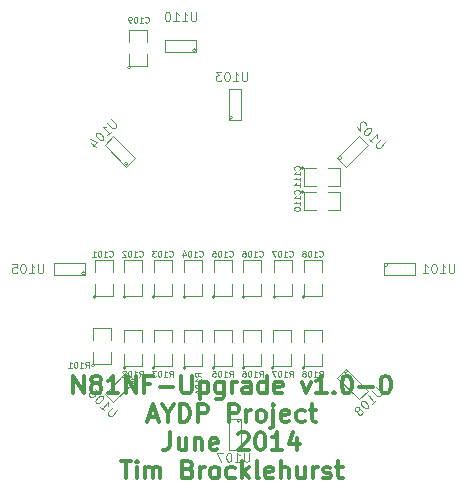
<source format=gbo>
G04 (created by PCBNEW (2013-dec-23)-stable) date Mon 23 Jun 2014 14:09:51 BST*
%MOIN*%
G04 Gerber Fmt 3.4, Leading zero omitted, Abs format*
%FSLAX34Y34*%
G01*
G70*
G90*
G04 APERTURE LIST*
%ADD10C,0.00590551*%
%ADD11C,0.011811*%
%ADD12C,0.0031*%
%ADD13C,0.0039*%
%ADD14C,0.0047*%
%ADD15C,0.0043*%
G04 APERTURE END LIST*
G54D10*
G54D11*
X78427Y-61339D02*
X78427Y-60748D01*
X78764Y-61339D01*
X78764Y-60748D01*
X79130Y-61001D02*
X79074Y-60973D01*
X79045Y-60945D01*
X79017Y-60889D01*
X79017Y-60860D01*
X79045Y-60804D01*
X79074Y-60776D01*
X79130Y-60748D01*
X79242Y-60748D01*
X79298Y-60776D01*
X79327Y-60804D01*
X79355Y-60860D01*
X79355Y-60889D01*
X79327Y-60945D01*
X79298Y-60973D01*
X79242Y-61001D01*
X79130Y-61001D01*
X79074Y-61029D01*
X79045Y-61057D01*
X79017Y-61114D01*
X79017Y-61226D01*
X79045Y-61282D01*
X79074Y-61310D01*
X79130Y-61339D01*
X79242Y-61339D01*
X79298Y-61310D01*
X79327Y-61282D01*
X79355Y-61226D01*
X79355Y-61114D01*
X79327Y-61057D01*
X79298Y-61029D01*
X79242Y-61001D01*
X79917Y-61339D02*
X79580Y-61339D01*
X79748Y-61339D02*
X79748Y-60748D01*
X79692Y-60832D01*
X79636Y-60889D01*
X79580Y-60917D01*
X80170Y-61339D02*
X80170Y-60748D01*
X80508Y-61339D01*
X80508Y-60748D01*
X80986Y-61029D02*
X80789Y-61029D01*
X80789Y-61339D02*
X80789Y-60748D01*
X81070Y-60748D01*
X81295Y-61114D02*
X81745Y-61114D01*
X82026Y-60748D02*
X82026Y-61226D01*
X82054Y-61282D01*
X82083Y-61310D01*
X82139Y-61339D01*
X82251Y-61339D01*
X82307Y-61310D01*
X82336Y-61282D01*
X82364Y-61226D01*
X82364Y-60748D01*
X82645Y-60945D02*
X82645Y-61535D01*
X82645Y-60973D02*
X82701Y-60945D01*
X82814Y-60945D01*
X82870Y-60973D01*
X82898Y-61001D01*
X82926Y-61057D01*
X82926Y-61226D01*
X82898Y-61282D01*
X82870Y-61310D01*
X82814Y-61339D01*
X82701Y-61339D01*
X82645Y-61310D01*
X83432Y-60945D02*
X83432Y-61423D01*
X83404Y-61479D01*
X83376Y-61507D01*
X83320Y-61535D01*
X83235Y-61535D01*
X83179Y-61507D01*
X83432Y-61310D02*
X83376Y-61339D01*
X83264Y-61339D01*
X83207Y-61310D01*
X83179Y-61282D01*
X83151Y-61226D01*
X83151Y-61057D01*
X83179Y-61001D01*
X83207Y-60973D01*
X83264Y-60945D01*
X83376Y-60945D01*
X83432Y-60973D01*
X83714Y-61339D02*
X83714Y-60945D01*
X83714Y-61057D02*
X83742Y-61001D01*
X83770Y-60973D01*
X83826Y-60945D01*
X83882Y-60945D01*
X84332Y-61339D02*
X84332Y-61029D01*
X84304Y-60973D01*
X84248Y-60945D01*
X84135Y-60945D01*
X84079Y-60973D01*
X84332Y-61310D02*
X84276Y-61339D01*
X84135Y-61339D01*
X84079Y-61310D01*
X84051Y-61254D01*
X84051Y-61198D01*
X84079Y-61142D01*
X84135Y-61114D01*
X84276Y-61114D01*
X84332Y-61085D01*
X84867Y-61339D02*
X84867Y-60748D01*
X84867Y-61310D02*
X84810Y-61339D01*
X84698Y-61339D01*
X84642Y-61310D01*
X84613Y-61282D01*
X84585Y-61226D01*
X84585Y-61057D01*
X84613Y-61001D01*
X84642Y-60973D01*
X84698Y-60945D01*
X84810Y-60945D01*
X84867Y-60973D01*
X85373Y-61310D02*
X85316Y-61339D01*
X85204Y-61339D01*
X85148Y-61310D01*
X85120Y-61254D01*
X85120Y-61029D01*
X85148Y-60973D01*
X85204Y-60945D01*
X85316Y-60945D01*
X85373Y-60973D01*
X85401Y-61029D01*
X85401Y-61085D01*
X85120Y-61142D01*
X86048Y-60945D02*
X86188Y-61339D01*
X86329Y-60945D01*
X86863Y-61339D02*
X86526Y-61339D01*
X86694Y-61339D02*
X86694Y-60748D01*
X86638Y-60832D01*
X86582Y-60889D01*
X86526Y-60917D01*
X87116Y-61282D02*
X87144Y-61310D01*
X87116Y-61339D01*
X87088Y-61310D01*
X87116Y-61282D01*
X87116Y-61339D01*
X87510Y-60748D02*
X87566Y-60748D01*
X87622Y-60776D01*
X87651Y-60804D01*
X87679Y-60860D01*
X87707Y-60973D01*
X87707Y-61114D01*
X87679Y-61226D01*
X87651Y-61282D01*
X87622Y-61310D01*
X87566Y-61339D01*
X87510Y-61339D01*
X87454Y-61310D01*
X87426Y-61282D01*
X87397Y-61226D01*
X87369Y-61114D01*
X87369Y-60973D01*
X87397Y-60860D01*
X87426Y-60804D01*
X87454Y-60776D01*
X87510Y-60748D01*
X87960Y-61114D02*
X88410Y-61114D01*
X88804Y-60748D02*
X88860Y-60748D01*
X88916Y-60776D01*
X88944Y-60804D01*
X88972Y-60860D01*
X89000Y-60973D01*
X89000Y-61114D01*
X88972Y-61226D01*
X88944Y-61282D01*
X88916Y-61310D01*
X88860Y-61339D01*
X88804Y-61339D01*
X88747Y-61310D01*
X88719Y-61282D01*
X88691Y-61226D01*
X88663Y-61114D01*
X88663Y-60973D01*
X88691Y-60860D01*
X88719Y-60804D01*
X88747Y-60776D01*
X88804Y-60748D01*
X80930Y-62115D02*
X81211Y-62115D01*
X80873Y-62283D02*
X81070Y-61693D01*
X81267Y-62283D01*
X81576Y-62002D02*
X81576Y-62283D01*
X81379Y-61693D02*
X81576Y-62002D01*
X81773Y-61693D01*
X81970Y-62283D02*
X81970Y-61693D01*
X82111Y-61693D01*
X82195Y-61721D01*
X82251Y-61777D01*
X82279Y-61833D01*
X82307Y-61946D01*
X82307Y-62030D01*
X82279Y-62143D01*
X82251Y-62199D01*
X82195Y-62255D01*
X82111Y-62283D01*
X81970Y-62283D01*
X82561Y-62283D02*
X82561Y-61693D01*
X82786Y-61693D01*
X82842Y-61721D01*
X82870Y-61749D01*
X82898Y-61805D01*
X82898Y-61890D01*
X82870Y-61946D01*
X82842Y-61974D01*
X82786Y-62002D01*
X82561Y-62002D01*
X83601Y-62283D02*
X83601Y-61693D01*
X83826Y-61693D01*
X83882Y-61721D01*
X83910Y-61749D01*
X83939Y-61805D01*
X83939Y-61890D01*
X83910Y-61946D01*
X83882Y-61974D01*
X83826Y-62002D01*
X83601Y-62002D01*
X84192Y-62283D02*
X84192Y-61890D01*
X84192Y-62002D02*
X84220Y-61946D01*
X84248Y-61918D01*
X84304Y-61890D01*
X84360Y-61890D01*
X84642Y-62283D02*
X84585Y-62255D01*
X84557Y-62227D01*
X84529Y-62171D01*
X84529Y-62002D01*
X84557Y-61946D01*
X84585Y-61918D01*
X84642Y-61890D01*
X84726Y-61890D01*
X84782Y-61918D01*
X84810Y-61946D01*
X84838Y-62002D01*
X84838Y-62171D01*
X84810Y-62227D01*
X84782Y-62255D01*
X84726Y-62283D01*
X84642Y-62283D01*
X85092Y-61890D02*
X85092Y-62396D01*
X85063Y-62452D01*
X85007Y-62480D01*
X84979Y-62480D01*
X85092Y-61693D02*
X85063Y-61721D01*
X85092Y-61749D01*
X85120Y-61721D01*
X85092Y-61693D01*
X85092Y-61749D01*
X85598Y-62255D02*
X85541Y-62283D01*
X85429Y-62283D01*
X85373Y-62255D01*
X85345Y-62199D01*
X85345Y-61974D01*
X85373Y-61918D01*
X85429Y-61890D01*
X85541Y-61890D01*
X85598Y-61918D01*
X85626Y-61974D01*
X85626Y-62030D01*
X85345Y-62087D01*
X86132Y-62255D02*
X86076Y-62283D01*
X85963Y-62283D01*
X85907Y-62255D01*
X85879Y-62227D01*
X85851Y-62171D01*
X85851Y-62002D01*
X85879Y-61946D01*
X85907Y-61918D01*
X85963Y-61890D01*
X86076Y-61890D01*
X86132Y-61918D01*
X86301Y-61890D02*
X86526Y-61890D01*
X86385Y-61693D02*
X86385Y-62199D01*
X86413Y-62255D01*
X86469Y-62283D01*
X86526Y-62283D01*
X81647Y-62638D02*
X81647Y-63060D01*
X81619Y-63144D01*
X81562Y-63200D01*
X81478Y-63228D01*
X81422Y-63228D01*
X82181Y-62835D02*
X82181Y-63228D01*
X81928Y-62835D02*
X81928Y-63144D01*
X81956Y-63200D01*
X82012Y-63228D01*
X82097Y-63228D01*
X82153Y-63200D01*
X82181Y-63172D01*
X82462Y-62835D02*
X82462Y-63228D01*
X82462Y-62891D02*
X82490Y-62863D01*
X82547Y-62835D01*
X82631Y-62835D01*
X82687Y-62863D01*
X82715Y-62919D01*
X82715Y-63228D01*
X83221Y-63200D02*
X83165Y-63228D01*
X83053Y-63228D01*
X82996Y-63200D01*
X82968Y-63144D01*
X82968Y-62919D01*
X82996Y-62863D01*
X83053Y-62835D01*
X83165Y-62835D01*
X83221Y-62863D01*
X83250Y-62919D01*
X83250Y-62975D01*
X82968Y-63031D01*
X83924Y-62694D02*
X83953Y-62666D01*
X84009Y-62638D01*
X84149Y-62638D01*
X84206Y-62666D01*
X84234Y-62694D01*
X84262Y-62750D01*
X84262Y-62806D01*
X84234Y-62891D01*
X83896Y-63228D01*
X84262Y-63228D01*
X84628Y-62638D02*
X84684Y-62638D01*
X84740Y-62666D01*
X84768Y-62694D01*
X84796Y-62750D01*
X84824Y-62863D01*
X84824Y-63003D01*
X84796Y-63116D01*
X84768Y-63172D01*
X84740Y-63200D01*
X84684Y-63228D01*
X84628Y-63228D01*
X84571Y-63200D01*
X84543Y-63172D01*
X84515Y-63116D01*
X84487Y-63003D01*
X84487Y-62863D01*
X84515Y-62750D01*
X84543Y-62694D01*
X84571Y-62666D01*
X84628Y-62638D01*
X85387Y-63228D02*
X85049Y-63228D01*
X85218Y-63228D02*
X85218Y-62638D01*
X85162Y-62722D01*
X85106Y-62778D01*
X85049Y-62806D01*
X85893Y-62835D02*
X85893Y-63228D01*
X85752Y-62610D02*
X85612Y-63031D01*
X85977Y-63031D01*
X80002Y-63583D02*
X80339Y-63583D01*
X80170Y-64173D02*
X80170Y-63583D01*
X80536Y-64173D02*
X80536Y-63779D01*
X80536Y-63583D02*
X80508Y-63611D01*
X80536Y-63639D01*
X80564Y-63611D01*
X80536Y-63583D01*
X80536Y-63639D01*
X80817Y-64173D02*
X80817Y-63779D01*
X80817Y-63836D02*
X80845Y-63808D01*
X80901Y-63779D01*
X80986Y-63779D01*
X81042Y-63808D01*
X81070Y-63864D01*
X81070Y-64173D01*
X81070Y-63864D02*
X81098Y-63808D01*
X81155Y-63779D01*
X81239Y-63779D01*
X81295Y-63808D01*
X81323Y-63864D01*
X81323Y-64173D01*
X82251Y-63864D02*
X82336Y-63892D01*
X82364Y-63920D01*
X82392Y-63976D01*
X82392Y-64061D01*
X82364Y-64117D01*
X82336Y-64145D01*
X82279Y-64173D01*
X82054Y-64173D01*
X82054Y-63583D01*
X82251Y-63583D01*
X82307Y-63611D01*
X82336Y-63639D01*
X82364Y-63695D01*
X82364Y-63751D01*
X82336Y-63808D01*
X82307Y-63836D01*
X82251Y-63864D01*
X82054Y-63864D01*
X82645Y-64173D02*
X82645Y-63779D01*
X82645Y-63892D02*
X82673Y-63836D01*
X82701Y-63808D01*
X82757Y-63779D01*
X82814Y-63779D01*
X83095Y-64173D02*
X83039Y-64145D01*
X83011Y-64117D01*
X82982Y-64061D01*
X82982Y-63892D01*
X83011Y-63836D01*
X83039Y-63808D01*
X83095Y-63779D01*
X83179Y-63779D01*
X83235Y-63808D01*
X83264Y-63836D01*
X83292Y-63892D01*
X83292Y-64061D01*
X83264Y-64117D01*
X83235Y-64145D01*
X83179Y-64173D01*
X83095Y-64173D01*
X83798Y-64145D02*
X83742Y-64173D01*
X83629Y-64173D01*
X83573Y-64145D01*
X83545Y-64117D01*
X83517Y-64061D01*
X83517Y-63892D01*
X83545Y-63836D01*
X83573Y-63808D01*
X83629Y-63779D01*
X83742Y-63779D01*
X83798Y-63808D01*
X84051Y-64173D02*
X84051Y-63583D01*
X84107Y-63948D02*
X84276Y-64173D01*
X84276Y-63779D02*
X84051Y-64004D01*
X84613Y-64173D02*
X84557Y-64145D01*
X84529Y-64089D01*
X84529Y-63583D01*
X85063Y-64145D02*
X85007Y-64173D01*
X84895Y-64173D01*
X84838Y-64145D01*
X84810Y-64089D01*
X84810Y-63864D01*
X84838Y-63808D01*
X84895Y-63779D01*
X85007Y-63779D01*
X85063Y-63808D01*
X85092Y-63864D01*
X85092Y-63920D01*
X84810Y-63976D01*
X85345Y-64173D02*
X85345Y-63583D01*
X85598Y-64173D02*
X85598Y-63864D01*
X85570Y-63808D01*
X85513Y-63779D01*
X85429Y-63779D01*
X85373Y-63808D01*
X85345Y-63836D01*
X86132Y-63779D02*
X86132Y-64173D01*
X85879Y-63779D02*
X85879Y-64089D01*
X85907Y-64145D01*
X85963Y-64173D01*
X86048Y-64173D01*
X86104Y-64145D01*
X86132Y-64117D01*
X86413Y-64173D02*
X86413Y-63779D01*
X86413Y-63892D02*
X86441Y-63836D01*
X86469Y-63808D01*
X86526Y-63779D01*
X86582Y-63779D01*
X86751Y-64145D02*
X86807Y-64173D01*
X86919Y-64173D01*
X86976Y-64145D01*
X87004Y-64089D01*
X87004Y-64061D01*
X86976Y-64004D01*
X86919Y-63976D01*
X86835Y-63976D01*
X86779Y-63948D01*
X86751Y-63892D01*
X86751Y-63864D01*
X86779Y-63808D01*
X86835Y-63779D01*
X86919Y-63779D01*
X86976Y-63808D01*
X87173Y-63779D02*
X87397Y-63779D01*
X87257Y-63583D02*
X87257Y-64089D01*
X87285Y-64145D01*
X87341Y-64173D01*
X87397Y-64173D01*
G54D12*
X84000Y-62248D02*
G75*
G03X84000Y-62248I-62J0D01*
G74*
G01*
X83600Y-63211D02*
X84000Y-63211D01*
X83600Y-62186D02*
X84000Y-62186D01*
X84000Y-63211D02*
X84000Y-62186D01*
X83600Y-62186D02*
X83600Y-63211D01*
X87569Y-60613D02*
G75*
G03X87569Y-60613I-62J0D01*
G74*
G01*
X87949Y-61533D02*
X88231Y-61250D01*
X87224Y-60808D02*
X87507Y-60525D01*
X88231Y-61250D02*
X87507Y-60525D01*
X87224Y-60808D02*
X87949Y-61533D01*
X80449Y-60907D02*
G75*
G03X80449Y-60907I-62J0D01*
G74*
G01*
X79466Y-61349D02*
X79749Y-61631D01*
X80191Y-60624D02*
X80474Y-60907D01*
X79749Y-61631D02*
X80474Y-60907D01*
X80191Y-60624D02*
X79466Y-61349D01*
X78813Y-57338D02*
G75*
G03X78813Y-57338I-62J0D01*
G74*
G01*
X77788Y-57000D02*
X77788Y-57400D01*
X78813Y-57000D02*
X78813Y-57400D01*
X77788Y-57400D02*
X78813Y-57400D01*
X78813Y-57000D02*
X77788Y-57000D01*
X80253Y-53687D02*
G75*
G03X80253Y-53687I-62J0D01*
G74*
G01*
X79749Y-52768D02*
X79466Y-53050D01*
X80474Y-53492D02*
X80191Y-53775D01*
X79466Y-53050D02*
X80191Y-53775D01*
X80474Y-53492D02*
X79749Y-52768D01*
X83724Y-52151D02*
G75*
G03X83724Y-52151I-62J0D01*
G74*
G01*
X84000Y-51188D02*
X83600Y-51188D01*
X84000Y-52213D02*
X83600Y-52213D01*
X83600Y-51188D02*
X83600Y-52213D01*
X84000Y-52213D02*
X84000Y-51188D01*
X87374Y-53492D02*
G75*
G03X87374Y-53492I-62J0D01*
G74*
G01*
X88231Y-53050D02*
X87949Y-52768D01*
X87507Y-53775D02*
X87224Y-53492D01*
X87949Y-52768D02*
X87224Y-53492D01*
X87507Y-53775D02*
X88231Y-53050D01*
X88911Y-57062D02*
G75*
G03X88911Y-57062I-62J0D01*
G74*
G01*
X89811Y-57400D02*
X89811Y-57000D01*
X88786Y-57400D02*
X88786Y-57000D01*
X89811Y-57000D02*
X88786Y-57000D01*
X88786Y-57400D02*
X89811Y-57400D01*
G54D13*
X86113Y-54616D02*
G75*
G03X86113Y-54616I-50J0D01*
G74*
G01*
X86513Y-54616D02*
X86113Y-54616D01*
X86113Y-54616D02*
X86113Y-55216D01*
X86113Y-55216D02*
X86513Y-55216D01*
X86913Y-55216D02*
X87313Y-55216D01*
X87313Y-55216D02*
X87313Y-54616D01*
X87313Y-54616D02*
X86913Y-54616D01*
X81148Y-60487D02*
G75*
G03X81148Y-60487I-50J0D01*
G74*
G01*
X81098Y-60037D02*
X81098Y-60437D01*
X81098Y-60437D02*
X81698Y-60437D01*
X81698Y-60437D02*
X81698Y-60037D01*
X81698Y-59637D02*
X81698Y-59237D01*
X81698Y-59237D02*
X81098Y-59237D01*
X81098Y-59237D02*
X81098Y-59637D01*
X86113Y-53829D02*
G75*
G03X86113Y-53829I-50J0D01*
G74*
G01*
X86513Y-53829D02*
X86113Y-53829D01*
X86113Y-53829D02*
X86113Y-54429D01*
X86113Y-54429D02*
X86513Y-54429D01*
X86913Y-54429D02*
X87313Y-54429D01*
X87313Y-54429D02*
X87313Y-53829D01*
X87313Y-53829D02*
X86913Y-53829D01*
X86148Y-60487D02*
G75*
G03X86148Y-60487I-50J0D01*
G74*
G01*
X86098Y-60037D02*
X86098Y-60437D01*
X86098Y-60437D02*
X86698Y-60437D01*
X86698Y-60437D02*
X86698Y-60037D01*
X86698Y-59637D02*
X86698Y-59237D01*
X86698Y-59237D02*
X86098Y-59237D01*
X86098Y-59237D02*
X86098Y-59637D01*
X86148Y-58125D02*
G75*
G03X86148Y-58125I-50J0D01*
G74*
G01*
X86098Y-57675D02*
X86098Y-58075D01*
X86098Y-58075D02*
X86698Y-58075D01*
X86698Y-58075D02*
X86698Y-57675D01*
X86698Y-57275D02*
X86698Y-56875D01*
X86698Y-56875D02*
X86098Y-56875D01*
X86098Y-56875D02*
X86098Y-57275D01*
X85124Y-60487D02*
G75*
G03X85124Y-60487I-50J0D01*
G74*
G01*
X85074Y-60037D02*
X85074Y-60437D01*
X85074Y-60437D02*
X85674Y-60437D01*
X85674Y-60437D02*
X85674Y-60037D01*
X85674Y-59637D02*
X85674Y-59237D01*
X85674Y-59237D02*
X85074Y-59237D01*
X85074Y-59237D02*
X85074Y-59637D01*
X85164Y-58125D02*
G75*
G03X85164Y-58125I-50J0D01*
G74*
G01*
X85114Y-57675D02*
X85114Y-58075D01*
X85114Y-58075D02*
X85714Y-58075D01*
X85714Y-58075D02*
X85714Y-57675D01*
X85714Y-57275D02*
X85714Y-56875D01*
X85714Y-56875D02*
X85114Y-56875D01*
X85114Y-56875D02*
X85114Y-57275D01*
X83156Y-60487D02*
G75*
G03X83156Y-60487I-50J0D01*
G74*
G01*
X83106Y-60037D02*
X83106Y-60437D01*
X83106Y-60437D02*
X83706Y-60437D01*
X83706Y-60437D02*
X83706Y-60037D01*
X83706Y-59637D02*
X83706Y-59237D01*
X83706Y-59237D02*
X83106Y-59237D01*
X83106Y-59237D02*
X83106Y-59637D01*
X83156Y-58125D02*
G75*
G03X83156Y-58125I-50J0D01*
G74*
G01*
X83106Y-57675D02*
X83106Y-58075D01*
X83106Y-58075D02*
X83706Y-58075D01*
X83706Y-58075D02*
X83706Y-57675D01*
X83706Y-57275D02*
X83706Y-56875D01*
X83706Y-56875D02*
X83106Y-56875D01*
X83106Y-56875D02*
X83106Y-57275D01*
X84140Y-60487D02*
G75*
G03X84140Y-60487I-50J0D01*
G74*
G01*
X84090Y-60037D02*
X84090Y-60437D01*
X84090Y-60437D02*
X84690Y-60437D01*
X84690Y-60437D02*
X84690Y-60037D01*
X84690Y-59637D02*
X84690Y-59237D01*
X84690Y-59237D02*
X84090Y-59237D01*
X84090Y-59237D02*
X84090Y-59637D01*
X84140Y-58125D02*
G75*
G03X84140Y-58125I-50J0D01*
G74*
G01*
X84090Y-57675D02*
X84090Y-58075D01*
X84090Y-58075D02*
X84690Y-58075D01*
X84690Y-58075D02*
X84690Y-57675D01*
X84690Y-57275D02*
X84690Y-56875D01*
X84690Y-56875D02*
X84090Y-56875D01*
X84090Y-56875D02*
X84090Y-57275D01*
X82172Y-60487D02*
G75*
G03X82172Y-60487I-50J0D01*
G74*
G01*
X82122Y-60037D02*
X82122Y-60437D01*
X82122Y-60437D02*
X82722Y-60437D01*
X82722Y-60437D02*
X82722Y-60037D01*
X82722Y-59637D02*
X82722Y-59237D01*
X82722Y-59237D02*
X82122Y-59237D01*
X82122Y-59237D02*
X82122Y-59637D01*
X82172Y-58125D02*
G75*
G03X82172Y-58125I-50J0D01*
G74*
G01*
X82122Y-57675D02*
X82122Y-58075D01*
X82122Y-58075D02*
X82722Y-58075D01*
X82722Y-58075D02*
X82722Y-57675D01*
X82722Y-57275D02*
X82722Y-56875D01*
X82722Y-56875D02*
X82122Y-56875D01*
X82122Y-56875D02*
X82122Y-57275D01*
X81148Y-58125D02*
G75*
G03X81148Y-58125I-50J0D01*
G74*
G01*
X81098Y-57675D02*
X81098Y-58075D01*
X81098Y-58075D02*
X81698Y-58075D01*
X81698Y-58075D02*
X81698Y-57675D01*
X81698Y-57275D02*
X81698Y-56875D01*
X81698Y-56875D02*
X81098Y-56875D01*
X81098Y-56875D02*
X81098Y-57275D01*
X79140Y-60409D02*
G75*
G03X79140Y-60409I-50J0D01*
G74*
G01*
X79090Y-59959D02*
X79090Y-60359D01*
X79090Y-60359D02*
X79690Y-60359D01*
X79690Y-60359D02*
X79690Y-59959D01*
X79690Y-59559D02*
X79690Y-59159D01*
X79690Y-59159D02*
X79090Y-59159D01*
X79090Y-59159D02*
X79090Y-59559D01*
X79179Y-58125D02*
G75*
G03X79179Y-58125I-50J0D01*
G74*
G01*
X79129Y-57675D02*
X79129Y-58075D01*
X79129Y-58075D02*
X79729Y-58075D01*
X79729Y-58075D02*
X79729Y-57675D01*
X79729Y-57275D02*
X79729Y-56875D01*
X79729Y-56875D02*
X79129Y-56875D01*
X79129Y-56875D02*
X79129Y-57275D01*
X80164Y-60487D02*
G75*
G03X80164Y-60487I-50J0D01*
G74*
G01*
X80114Y-60037D02*
X80114Y-60437D01*
X80114Y-60437D02*
X80714Y-60437D01*
X80714Y-60437D02*
X80714Y-60037D01*
X80714Y-59637D02*
X80714Y-59237D01*
X80714Y-59237D02*
X80114Y-59237D01*
X80114Y-59237D02*
X80114Y-59637D01*
X80164Y-58125D02*
G75*
G03X80164Y-58125I-50J0D01*
G74*
G01*
X80114Y-57675D02*
X80114Y-58075D01*
X80114Y-58075D02*
X80714Y-58075D01*
X80714Y-58075D02*
X80714Y-57675D01*
X80714Y-57275D02*
X80714Y-56875D01*
X80714Y-56875D02*
X80114Y-56875D01*
X80114Y-56875D02*
X80114Y-57275D01*
X80321Y-50468D02*
G75*
G03X80321Y-50468I-50J0D01*
G74*
G01*
X80271Y-50018D02*
X80271Y-50418D01*
X80271Y-50418D02*
X80871Y-50418D01*
X80871Y-50418D02*
X80871Y-50018D01*
X80871Y-49618D02*
X80871Y-49218D01*
X80871Y-49218D02*
X80271Y-49218D01*
X80271Y-49218D02*
X80271Y-49618D01*
G54D12*
X82514Y-49897D02*
G75*
G03X82514Y-49897I-62J0D01*
G74*
G01*
X81488Y-49559D02*
X81488Y-49959D01*
X82513Y-49559D02*
X82513Y-49959D01*
X81488Y-49959D02*
X82513Y-49959D01*
X82513Y-49559D02*
X81488Y-49559D01*
G54D14*
X84275Y-63320D02*
X84275Y-63563D01*
X84261Y-63591D01*
X84246Y-63605D01*
X84218Y-63620D01*
X84161Y-63620D01*
X84132Y-63605D01*
X84118Y-63591D01*
X84103Y-63563D01*
X84103Y-63320D01*
X83803Y-63620D02*
X83975Y-63620D01*
X83889Y-63620D02*
X83889Y-63320D01*
X83918Y-63363D01*
X83946Y-63391D01*
X83975Y-63405D01*
X83618Y-63320D02*
X83589Y-63320D01*
X83561Y-63334D01*
X83546Y-63348D01*
X83532Y-63377D01*
X83518Y-63434D01*
X83518Y-63505D01*
X83532Y-63563D01*
X83546Y-63591D01*
X83561Y-63605D01*
X83589Y-63620D01*
X83618Y-63620D01*
X83646Y-63605D01*
X83661Y-63591D01*
X83675Y-63563D01*
X83689Y-63505D01*
X83689Y-63434D01*
X83675Y-63377D01*
X83661Y-63348D01*
X83646Y-63334D01*
X83618Y-63320D01*
X83418Y-63320D02*
X83218Y-63320D01*
X83346Y-63620D01*
X88503Y-61132D02*
X88675Y-61304D01*
X88685Y-61334D01*
X88685Y-61354D01*
X88675Y-61385D01*
X88634Y-61425D01*
X88604Y-61435D01*
X88584Y-61435D01*
X88553Y-61425D01*
X88382Y-61253D01*
X88382Y-61678D02*
X88503Y-61556D01*
X88442Y-61617D02*
X88230Y-61405D01*
X88281Y-61415D01*
X88321Y-61415D01*
X88351Y-61405D01*
X88038Y-61597D02*
X88018Y-61617D01*
X88008Y-61647D01*
X88008Y-61668D01*
X88018Y-61698D01*
X88048Y-61748D01*
X88099Y-61799D01*
X88149Y-61829D01*
X88180Y-61839D01*
X88200Y-61839D01*
X88230Y-61829D01*
X88250Y-61809D01*
X88260Y-61779D01*
X88260Y-61759D01*
X88250Y-61728D01*
X88220Y-61678D01*
X88169Y-61627D01*
X88119Y-61597D01*
X88089Y-61587D01*
X88068Y-61587D01*
X88038Y-61597D01*
X87937Y-61880D02*
X87947Y-61849D01*
X87947Y-61829D01*
X87937Y-61799D01*
X87927Y-61789D01*
X87897Y-61779D01*
X87877Y-61779D01*
X87846Y-61789D01*
X87806Y-61829D01*
X87796Y-61860D01*
X87796Y-61880D01*
X87806Y-61910D01*
X87816Y-61920D01*
X87846Y-61930D01*
X87866Y-61930D01*
X87897Y-61920D01*
X87937Y-61880D01*
X87967Y-61870D01*
X87988Y-61870D01*
X88018Y-61880D01*
X88058Y-61920D01*
X88068Y-61950D01*
X88068Y-61971D01*
X88058Y-62001D01*
X88018Y-62041D01*
X87988Y-62051D01*
X87967Y-62051D01*
X87937Y-62041D01*
X87897Y-62001D01*
X87887Y-61971D01*
X87887Y-61950D01*
X87897Y-61920D01*
X79867Y-61903D02*
X79695Y-62075D01*
X79665Y-62085D01*
X79645Y-62085D01*
X79614Y-62075D01*
X79574Y-62034D01*
X79564Y-62004D01*
X79564Y-61984D01*
X79574Y-61953D01*
X79746Y-61782D01*
X79321Y-61782D02*
X79443Y-61903D01*
X79382Y-61842D02*
X79594Y-61630D01*
X79584Y-61681D01*
X79584Y-61721D01*
X79594Y-61751D01*
X79402Y-61438D02*
X79382Y-61418D01*
X79352Y-61408D01*
X79331Y-61408D01*
X79301Y-61418D01*
X79251Y-61448D01*
X79200Y-61499D01*
X79170Y-61549D01*
X79160Y-61580D01*
X79160Y-61600D01*
X79170Y-61630D01*
X79190Y-61650D01*
X79220Y-61660D01*
X79240Y-61660D01*
X79271Y-61650D01*
X79321Y-61620D01*
X79372Y-61569D01*
X79402Y-61519D01*
X79412Y-61489D01*
X79412Y-61468D01*
X79402Y-61438D01*
X79150Y-61186D02*
X79190Y-61226D01*
X79200Y-61256D01*
X79200Y-61277D01*
X79190Y-61327D01*
X79160Y-61378D01*
X79079Y-61458D01*
X79049Y-61468D01*
X79028Y-61468D01*
X78998Y-61458D01*
X78958Y-61418D01*
X78948Y-61388D01*
X78948Y-61367D01*
X78958Y-61337D01*
X79008Y-61287D01*
X79038Y-61277D01*
X79059Y-61277D01*
X79089Y-61287D01*
X79129Y-61327D01*
X79139Y-61357D01*
X79139Y-61378D01*
X79129Y-61408D01*
X77414Y-57021D02*
X77414Y-57264D01*
X77400Y-57292D01*
X77385Y-57307D01*
X77357Y-57321D01*
X77300Y-57321D01*
X77271Y-57307D01*
X77257Y-57292D01*
X77242Y-57264D01*
X77242Y-57021D01*
X76942Y-57321D02*
X77114Y-57321D01*
X77028Y-57321D02*
X77028Y-57021D01*
X77057Y-57064D01*
X77085Y-57092D01*
X77114Y-57107D01*
X76757Y-57021D02*
X76728Y-57021D01*
X76700Y-57035D01*
X76685Y-57050D01*
X76671Y-57078D01*
X76657Y-57135D01*
X76657Y-57207D01*
X76671Y-57264D01*
X76685Y-57292D01*
X76700Y-57307D01*
X76728Y-57321D01*
X76757Y-57321D01*
X76785Y-57307D01*
X76800Y-57292D01*
X76814Y-57264D01*
X76828Y-57207D01*
X76828Y-57135D01*
X76814Y-57078D01*
X76800Y-57050D01*
X76785Y-57035D01*
X76757Y-57021D01*
X76385Y-57021D02*
X76528Y-57021D01*
X76542Y-57164D01*
X76528Y-57150D01*
X76500Y-57135D01*
X76428Y-57135D01*
X76400Y-57150D01*
X76385Y-57164D01*
X76371Y-57192D01*
X76371Y-57264D01*
X76385Y-57292D01*
X76400Y-57307D01*
X76428Y-57321D01*
X76500Y-57321D01*
X76528Y-57307D01*
X76542Y-57292D01*
X79669Y-52188D02*
X79841Y-52360D01*
X79851Y-52391D01*
X79851Y-52411D01*
X79841Y-52441D01*
X79801Y-52481D01*
X79770Y-52492D01*
X79750Y-52492D01*
X79720Y-52481D01*
X79548Y-52310D01*
X79548Y-52734D02*
X79669Y-52613D01*
X79609Y-52673D02*
X79397Y-52461D01*
X79447Y-52471D01*
X79488Y-52471D01*
X79518Y-52461D01*
X79205Y-52653D02*
X79185Y-52673D01*
X79174Y-52704D01*
X79174Y-52724D01*
X79185Y-52754D01*
X79215Y-52805D01*
X79265Y-52855D01*
X79316Y-52886D01*
X79346Y-52896D01*
X79366Y-52896D01*
X79397Y-52886D01*
X79417Y-52865D01*
X79427Y-52835D01*
X79427Y-52815D01*
X79417Y-52784D01*
X79387Y-52734D01*
X79336Y-52683D01*
X79286Y-52653D01*
X79255Y-52643D01*
X79235Y-52643D01*
X79205Y-52653D01*
X79023Y-52976D02*
X79164Y-53118D01*
X78993Y-52845D02*
X79195Y-52946D01*
X79063Y-53077D01*
X84214Y-50621D02*
X84214Y-50864D01*
X84200Y-50892D01*
X84185Y-50907D01*
X84157Y-50921D01*
X84100Y-50921D01*
X84071Y-50907D01*
X84057Y-50892D01*
X84042Y-50864D01*
X84042Y-50621D01*
X83742Y-50921D02*
X83914Y-50921D01*
X83828Y-50921D02*
X83828Y-50621D01*
X83857Y-50664D01*
X83885Y-50692D01*
X83914Y-50707D01*
X83557Y-50621D02*
X83528Y-50621D01*
X83500Y-50635D01*
X83485Y-50650D01*
X83471Y-50678D01*
X83457Y-50735D01*
X83457Y-50807D01*
X83471Y-50864D01*
X83485Y-50892D01*
X83500Y-50907D01*
X83528Y-50921D01*
X83557Y-50921D01*
X83585Y-50907D01*
X83600Y-50892D01*
X83614Y-50864D01*
X83628Y-50807D01*
X83628Y-50735D01*
X83614Y-50678D01*
X83600Y-50650D01*
X83585Y-50635D01*
X83557Y-50621D01*
X83357Y-50621D02*
X83171Y-50621D01*
X83271Y-50735D01*
X83228Y-50735D01*
X83200Y-50750D01*
X83185Y-50764D01*
X83171Y-50792D01*
X83171Y-50864D01*
X83185Y-50892D01*
X83200Y-50907D01*
X83228Y-50921D01*
X83314Y-50921D01*
X83342Y-50907D01*
X83357Y-50892D01*
X88811Y-52971D02*
X88639Y-53143D01*
X88608Y-53153D01*
X88588Y-53153D01*
X88558Y-53143D01*
X88518Y-53102D01*
X88507Y-53072D01*
X88507Y-53052D01*
X88518Y-53021D01*
X88689Y-52850D01*
X88265Y-52850D02*
X88386Y-52971D01*
X88326Y-52910D02*
X88538Y-52698D01*
X88528Y-52749D01*
X88528Y-52789D01*
X88538Y-52819D01*
X88346Y-52506D02*
X88326Y-52486D01*
X88295Y-52476D01*
X88275Y-52476D01*
X88245Y-52486D01*
X88194Y-52516D01*
X88144Y-52567D01*
X88113Y-52617D01*
X88103Y-52648D01*
X88103Y-52668D01*
X88113Y-52698D01*
X88134Y-52718D01*
X88164Y-52729D01*
X88184Y-52729D01*
X88215Y-52718D01*
X88265Y-52688D01*
X88316Y-52638D01*
X88346Y-52587D01*
X88356Y-52557D01*
X88356Y-52537D01*
X88346Y-52506D01*
X88174Y-52375D02*
X88174Y-52355D01*
X88164Y-52324D01*
X88113Y-52274D01*
X88083Y-52264D01*
X88063Y-52264D01*
X88033Y-52274D01*
X88012Y-52294D01*
X87992Y-52335D01*
X87992Y-52577D01*
X87861Y-52446D01*
X91114Y-57021D02*
X91114Y-57264D01*
X91100Y-57292D01*
X91085Y-57307D01*
X91057Y-57321D01*
X91000Y-57321D01*
X90971Y-57307D01*
X90957Y-57292D01*
X90942Y-57264D01*
X90942Y-57021D01*
X90642Y-57321D02*
X90814Y-57321D01*
X90728Y-57321D02*
X90728Y-57021D01*
X90757Y-57064D01*
X90785Y-57092D01*
X90814Y-57107D01*
X90457Y-57021D02*
X90428Y-57021D01*
X90400Y-57035D01*
X90385Y-57050D01*
X90371Y-57078D01*
X90357Y-57135D01*
X90357Y-57207D01*
X90371Y-57264D01*
X90385Y-57292D01*
X90400Y-57307D01*
X90428Y-57321D01*
X90457Y-57321D01*
X90485Y-57307D01*
X90500Y-57292D01*
X90514Y-57264D01*
X90528Y-57207D01*
X90528Y-57135D01*
X90514Y-57078D01*
X90500Y-57050D01*
X90485Y-57035D01*
X90457Y-57021D01*
X90071Y-57321D02*
X90242Y-57321D01*
X90157Y-57321D02*
X90157Y-57021D01*
X90185Y-57064D01*
X90214Y-57092D01*
X90242Y-57107D01*
G54D15*
X85960Y-54679D02*
X85970Y-54670D01*
X85979Y-54642D01*
X85979Y-54623D01*
X85970Y-54595D01*
X85951Y-54576D01*
X85932Y-54566D01*
X85895Y-54557D01*
X85867Y-54557D01*
X85829Y-54566D01*
X85810Y-54576D01*
X85792Y-54595D01*
X85782Y-54623D01*
X85782Y-54642D01*
X85792Y-54670D01*
X85801Y-54679D01*
X85979Y-54867D02*
X85979Y-54754D01*
X85979Y-54810D02*
X85782Y-54810D01*
X85810Y-54792D01*
X85829Y-54773D01*
X85839Y-54754D01*
X85979Y-55054D02*
X85979Y-54942D01*
X85979Y-54998D02*
X85782Y-54998D01*
X85810Y-54979D01*
X85829Y-54960D01*
X85839Y-54942D01*
X85782Y-55176D02*
X85782Y-55195D01*
X85792Y-55214D01*
X85801Y-55223D01*
X85820Y-55233D01*
X85857Y-55242D01*
X85904Y-55242D01*
X85942Y-55233D01*
X85960Y-55223D01*
X85970Y-55214D01*
X85979Y-55195D01*
X85979Y-55176D01*
X85970Y-55157D01*
X85960Y-55148D01*
X85942Y-55139D01*
X85904Y-55129D01*
X85857Y-55129D01*
X85820Y-55139D01*
X85801Y-55148D01*
X85792Y-55157D01*
X85782Y-55176D01*
X81620Y-60779D02*
X81686Y-60685D01*
X81733Y-60779D02*
X81733Y-60582D01*
X81657Y-60582D01*
X81639Y-60592D01*
X81629Y-60601D01*
X81620Y-60620D01*
X81620Y-60648D01*
X81629Y-60667D01*
X81639Y-60676D01*
X81657Y-60685D01*
X81733Y-60685D01*
X81432Y-60779D02*
X81545Y-60779D01*
X81489Y-60779D02*
X81489Y-60582D01*
X81507Y-60610D01*
X81526Y-60629D01*
X81545Y-60639D01*
X81310Y-60582D02*
X81292Y-60582D01*
X81273Y-60592D01*
X81263Y-60601D01*
X81254Y-60620D01*
X81245Y-60657D01*
X81245Y-60704D01*
X81254Y-60742D01*
X81263Y-60760D01*
X81273Y-60770D01*
X81292Y-60779D01*
X81310Y-60779D01*
X81329Y-60770D01*
X81339Y-60760D01*
X81348Y-60742D01*
X81357Y-60704D01*
X81357Y-60657D01*
X81348Y-60620D01*
X81339Y-60601D01*
X81329Y-60592D01*
X81310Y-60582D01*
X81179Y-60582D02*
X81057Y-60582D01*
X81123Y-60657D01*
X81095Y-60657D01*
X81076Y-60667D01*
X81066Y-60676D01*
X81057Y-60695D01*
X81057Y-60742D01*
X81066Y-60760D01*
X81076Y-60770D01*
X81095Y-60779D01*
X81151Y-60779D01*
X81170Y-60770D01*
X81179Y-60760D01*
X85960Y-53879D02*
X85970Y-53870D01*
X85979Y-53842D01*
X85979Y-53823D01*
X85970Y-53795D01*
X85951Y-53776D01*
X85932Y-53766D01*
X85895Y-53757D01*
X85867Y-53757D01*
X85829Y-53766D01*
X85810Y-53776D01*
X85792Y-53795D01*
X85782Y-53823D01*
X85782Y-53842D01*
X85792Y-53870D01*
X85801Y-53879D01*
X85979Y-54067D02*
X85979Y-53954D01*
X85979Y-54010D02*
X85782Y-54010D01*
X85810Y-53992D01*
X85829Y-53973D01*
X85839Y-53954D01*
X85979Y-54254D02*
X85979Y-54142D01*
X85979Y-54198D02*
X85782Y-54198D01*
X85810Y-54179D01*
X85829Y-54160D01*
X85839Y-54142D01*
X85979Y-54442D02*
X85979Y-54329D01*
X85979Y-54386D02*
X85782Y-54386D01*
X85810Y-54367D01*
X85829Y-54348D01*
X85839Y-54329D01*
X86620Y-60779D02*
X86686Y-60685D01*
X86733Y-60779D02*
X86733Y-60582D01*
X86657Y-60582D01*
X86639Y-60592D01*
X86629Y-60601D01*
X86620Y-60620D01*
X86620Y-60648D01*
X86629Y-60667D01*
X86639Y-60676D01*
X86657Y-60685D01*
X86733Y-60685D01*
X86432Y-60779D02*
X86545Y-60779D01*
X86489Y-60779D02*
X86489Y-60582D01*
X86507Y-60610D01*
X86526Y-60629D01*
X86545Y-60639D01*
X86310Y-60582D02*
X86292Y-60582D01*
X86273Y-60592D01*
X86263Y-60601D01*
X86254Y-60620D01*
X86245Y-60657D01*
X86245Y-60704D01*
X86254Y-60742D01*
X86263Y-60760D01*
X86273Y-60770D01*
X86292Y-60779D01*
X86310Y-60779D01*
X86329Y-60770D01*
X86339Y-60760D01*
X86348Y-60742D01*
X86357Y-60704D01*
X86357Y-60657D01*
X86348Y-60620D01*
X86339Y-60601D01*
X86329Y-60592D01*
X86310Y-60582D01*
X86132Y-60667D02*
X86151Y-60657D01*
X86160Y-60648D01*
X86170Y-60629D01*
X86170Y-60620D01*
X86160Y-60601D01*
X86151Y-60592D01*
X86132Y-60582D01*
X86095Y-60582D01*
X86076Y-60592D01*
X86066Y-60601D01*
X86057Y-60620D01*
X86057Y-60629D01*
X86066Y-60648D01*
X86076Y-60657D01*
X86095Y-60667D01*
X86132Y-60667D01*
X86151Y-60676D01*
X86160Y-60685D01*
X86170Y-60704D01*
X86170Y-60742D01*
X86160Y-60760D01*
X86151Y-60770D01*
X86132Y-60779D01*
X86095Y-60779D01*
X86076Y-60770D01*
X86066Y-60760D01*
X86057Y-60742D01*
X86057Y-60704D01*
X86066Y-60685D01*
X86076Y-60676D01*
X86095Y-60667D01*
X86620Y-56760D02*
X86629Y-56770D01*
X86657Y-56779D01*
X86676Y-56779D01*
X86704Y-56770D01*
X86723Y-56751D01*
X86733Y-56732D01*
X86742Y-56695D01*
X86742Y-56667D01*
X86733Y-56629D01*
X86723Y-56610D01*
X86704Y-56592D01*
X86676Y-56582D01*
X86657Y-56582D01*
X86629Y-56592D01*
X86620Y-56601D01*
X86432Y-56779D02*
X86545Y-56779D01*
X86489Y-56779D02*
X86489Y-56582D01*
X86507Y-56610D01*
X86526Y-56629D01*
X86545Y-56639D01*
X86310Y-56582D02*
X86292Y-56582D01*
X86273Y-56592D01*
X86263Y-56601D01*
X86254Y-56620D01*
X86245Y-56657D01*
X86245Y-56704D01*
X86254Y-56742D01*
X86263Y-56760D01*
X86273Y-56770D01*
X86292Y-56779D01*
X86310Y-56779D01*
X86329Y-56770D01*
X86339Y-56760D01*
X86348Y-56742D01*
X86357Y-56704D01*
X86357Y-56657D01*
X86348Y-56620D01*
X86339Y-56601D01*
X86329Y-56592D01*
X86310Y-56582D01*
X86132Y-56667D02*
X86151Y-56657D01*
X86160Y-56648D01*
X86170Y-56629D01*
X86170Y-56620D01*
X86160Y-56601D01*
X86151Y-56592D01*
X86132Y-56582D01*
X86095Y-56582D01*
X86076Y-56592D01*
X86066Y-56601D01*
X86057Y-56620D01*
X86057Y-56629D01*
X86066Y-56648D01*
X86076Y-56657D01*
X86095Y-56667D01*
X86132Y-56667D01*
X86151Y-56676D01*
X86160Y-56685D01*
X86170Y-56704D01*
X86170Y-56742D01*
X86160Y-56760D01*
X86151Y-56770D01*
X86132Y-56779D01*
X86095Y-56779D01*
X86076Y-56770D01*
X86066Y-56760D01*
X86057Y-56742D01*
X86057Y-56704D01*
X86066Y-56685D01*
X86076Y-56676D01*
X86095Y-56667D01*
X85620Y-60779D02*
X85686Y-60685D01*
X85733Y-60779D02*
X85733Y-60582D01*
X85657Y-60582D01*
X85639Y-60592D01*
X85629Y-60601D01*
X85620Y-60620D01*
X85620Y-60648D01*
X85629Y-60667D01*
X85639Y-60676D01*
X85657Y-60685D01*
X85733Y-60685D01*
X85432Y-60779D02*
X85545Y-60779D01*
X85489Y-60779D02*
X85489Y-60582D01*
X85507Y-60610D01*
X85526Y-60629D01*
X85545Y-60639D01*
X85310Y-60582D02*
X85292Y-60582D01*
X85273Y-60592D01*
X85263Y-60601D01*
X85254Y-60620D01*
X85245Y-60657D01*
X85245Y-60704D01*
X85254Y-60742D01*
X85263Y-60760D01*
X85273Y-60770D01*
X85292Y-60779D01*
X85310Y-60779D01*
X85329Y-60770D01*
X85339Y-60760D01*
X85348Y-60742D01*
X85357Y-60704D01*
X85357Y-60657D01*
X85348Y-60620D01*
X85339Y-60601D01*
X85329Y-60592D01*
X85310Y-60582D01*
X85179Y-60582D02*
X85048Y-60582D01*
X85132Y-60779D01*
X85620Y-56760D02*
X85629Y-56770D01*
X85657Y-56779D01*
X85676Y-56779D01*
X85704Y-56770D01*
X85723Y-56751D01*
X85733Y-56732D01*
X85742Y-56695D01*
X85742Y-56667D01*
X85733Y-56629D01*
X85723Y-56610D01*
X85704Y-56592D01*
X85676Y-56582D01*
X85657Y-56582D01*
X85629Y-56592D01*
X85620Y-56601D01*
X85432Y-56779D02*
X85545Y-56779D01*
X85489Y-56779D02*
X85489Y-56582D01*
X85507Y-56610D01*
X85526Y-56629D01*
X85545Y-56639D01*
X85310Y-56582D02*
X85292Y-56582D01*
X85273Y-56592D01*
X85263Y-56601D01*
X85254Y-56620D01*
X85245Y-56657D01*
X85245Y-56704D01*
X85254Y-56742D01*
X85263Y-56760D01*
X85273Y-56770D01*
X85292Y-56779D01*
X85310Y-56779D01*
X85329Y-56770D01*
X85339Y-56760D01*
X85348Y-56742D01*
X85357Y-56704D01*
X85357Y-56657D01*
X85348Y-56620D01*
X85339Y-56601D01*
X85329Y-56592D01*
X85310Y-56582D01*
X85179Y-56582D02*
X85048Y-56582D01*
X85132Y-56779D01*
X83620Y-60779D02*
X83686Y-60685D01*
X83733Y-60779D02*
X83733Y-60582D01*
X83657Y-60582D01*
X83639Y-60592D01*
X83629Y-60601D01*
X83620Y-60620D01*
X83620Y-60648D01*
X83629Y-60667D01*
X83639Y-60676D01*
X83657Y-60685D01*
X83733Y-60685D01*
X83432Y-60779D02*
X83545Y-60779D01*
X83489Y-60779D02*
X83489Y-60582D01*
X83507Y-60610D01*
X83526Y-60629D01*
X83545Y-60639D01*
X83310Y-60582D02*
X83292Y-60582D01*
X83273Y-60592D01*
X83263Y-60601D01*
X83254Y-60620D01*
X83245Y-60657D01*
X83245Y-60704D01*
X83254Y-60742D01*
X83263Y-60760D01*
X83273Y-60770D01*
X83292Y-60779D01*
X83310Y-60779D01*
X83329Y-60770D01*
X83339Y-60760D01*
X83348Y-60742D01*
X83357Y-60704D01*
X83357Y-60657D01*
X83348Y-60620D01*
X83339Y-60601D01*
X83329Y-60592D01*
X83310Y-60582D01*
X83066Y-60582D02*
X83160Y-60582D01*
X83170Y-60676D01*
X83160Y-60667D01*
X83142Y-60657D01*
X83095Y-60657D01*
X83076Y-60667D01*
X83066Y-60676D01*
X83057Y-60695D01*
X83057Y-60742D01*
X83066Y-60760D01*
X83076Y-60770D01*
X83095Y-60779D01*
X83142Y-60779D01*
X83160Y-60770D01*
X83170Y-60760D01*
X83620Y-56760D02*
X83629Y-56770D01*
X83657Y-56779D01*
X83676Y-56779D01*
X83704Y-56770D01*
X83723Y-56751D01*
X83733Y-56732D01*
X83742Y-56695D01*
X83742Y-56667D01*
X83733Y-56629D01*
X83723Y-56610D01*
X83704Y-56592D01*
X83676Y-56582D01*
X83657Y-56582D01*
X83629Y-56592D01*
X83620Y-56601D01*
X83432Y-56779D02*
X83545Y-56779D01*
X83489Y-56779D02*
X83489Y-56582D01*
X83507Y-56610D01*
X83526Y-56629D01*
X83545Y-56639D01*
X83310Y-56582D02*
X83292Y-56582D01*
X83273Y-56592D01*
X83263Y-56601D01*
X83254Y-56620D01*
X83245Y-56657D01*
X83245Y-56704D01*
X83254Y-56742D01*
X83263Y-56760D01*
X83273Y-56770D01*
X83292Y-56779D01*
X83310Y-56779D01*
X83329Y-56770D01*
X83339Y-56760D01*
X83348Y-56742D01*
X83357Y-56704D01*
X83357Y-56657D01*
X83348Y-56620D01*
X83339Y-56601D01*
X83329Y-56592D01*
X83310Y-56582D01*
X83066Y-56582D02*
X83160Y-56582D01*
X83170Y-56676D01*
X83160Y-56667D01*
X83142Y-56657D01*
X83095Y-56657D01*
X83076Y-56667D01*
X83066Y-56676D01*
X83057Y-56695D01*
X83057Y-56742D01*
X83066Y-56760D01*
X83076Y-56770D01*
X83095Y-56779D01*
X83142Y-56779D01*
X83160Y-56770D01*
X83170Y-56760D01*
X84620Y-60779D02*
X84686Y-60685D01*
X84733Y-60779D02*
X84733Y-60582D01*
X84657Y-60582D01*
X84639Y-60592D01*
X84629Y-60601D01*
X84620Y-60620D01*
X84620Y-60648D01*
X84629Y-60667D01*
X84639Y-60676D01*
X84657Y-60685D01*
X84733Y-60685D01*
X84432Y-60779D02*
X84545Y-60779D01*
X84489Y-60779D02*
X84489Y-60582D01*
X84507Y-60610D01*
X84526Y-60629D01*
X84545Y-60639D01*
X84310Y-60582D02*
X84292Y-60582D01*
X84273Y-60592D01*
X84263Y-60601D01*
X84254Y-60620D01*
X84245Y-60657D01*
X84245Y-60704D01*
X84254Y-60742D01*
X84263Y-60760D01*
X84273Y-60770D01*
X84292Y-60779D01*
X84310Y-60779D01*
X84329Y-60770D01*
X84339Y-60760D01*
X84348Y-60742D01*
X84357Y-60704D01*
X84357Y-60657D01*
X84348Y-60620D01*
X84339Y-60601D01*
X84329Y-60592D01*
X84310Y-60582D01*
X84076Y-60582D02*
X84113Y-60582D01*
X84132Y-60592D01*
X84142Y-60601D01*
X84160Y-60629D01*
X84170Y-60667D01*
X84170Y-60742D01*
X84160Y-60760D01*
X84151Y-60770D01*
X84132Y-60779D01*
X84095Y-60779D01*
X84076Y-60770D01*
X84066Y-60760D01*
X84057Y-60742D01*
X84057Y-60695D01*
X84066Y-60676D01*
X84076Y-60667D01*
X84095Y-60657D01*
X84132Y-60657D01*
X84151Y-60667D01*
X84160Y-60676D01*
X84170Y-60695D01*
X84620Y-56760D02*
X84629Y-56770D01*
X84657Y-56779D01*
X84676Y-56779D01*
X84704Y-56770D01*
X84723Y-56751D01*
X84733Y-56732D01*
X84742Y-56695D01*
X84742Y-56667D01*
X84733Y-56629D01*
X84723Y-56610D01*
X84704Y-56592D01*
X84676Y-56582D01*
X84657Y-56582D01*
X84629Y-56592D01*
X84620Y-56601D01*
X84432Y-56779D02*
X84545Y-56779D01*
X84489Y-56779D02*
X84489Y-56582D01*
X84507Y-56610D01*
X84526Y-56629D01*
X84545Y-56639D01*
X84310Y-56582D02*
X84292Y-56582D01*
X84273Y-56592D01*
X84263Y-56601D01*
X84254Y-56620D01*
X84245Y-56657D01*
X84245Y-56704D01*
X84254Y-56742D01*
X84263Y-56760D01*
X84273Y-56770D01*
X84292Y-56779D01*
X84310Y-56779D01*
X84329Y-56770D01*
X84339Y-56760D01*
X84348Y-56742D01*
X84357Y-56704D01*
X84357Y-56657D01*
X84348Y-56620D01*
X84339Y-56601D01*
X84329Y-56592D01*
X84310Y-56582D01*
X84076Y-56582D02*
X84113Y-56582D01*
X84132Y-56592D01*
X84142Y-56601D01*
X84160Y-56629D01*
X84170Y-56667D01*
X84170Y-56742D01*
X84160Y-56760D01*
X84151Y-56770D01*
X84132Y-56779D01*
X84095Y-56779D01*
X84076Y-56770D01*
X84066Y-56760D01*
X84057Y-56742D01*
X84057Y-56695D01*
X84066Y-56676D01*
X84076Y-56667D01*
X84095Y-56657D01*
X84132Y-56657D01*
X84151Y-56667D01*
X84160Y-56676D01*
X84170Y-56695D01*
X82679Y-60779D02*
X82585Y-60713D01*
X82679Y-60666D02*
X82482Y-60666D01*
X82482Y-60742D01*
X82492Y-60760D01*
X82501Y-60770D01*
X82520Y-60779D01*
X82548Y-60779D01*
X82567Y-60770D01*
X82576Y-60760D01*
X82585Y-60742D01*
X82585Y-60666D01*
X82679Y-60967D02*
X82679Y-60854D01*
X82679Y-60910D02*
X82482Y-60910D01*
X82510Y-60892D01*
X82529Y-60873D01*
X82539Y-60854D01*
X82482Y-61089D02*
X82482Y-61107D01*
X82492Y-61126D01*
X82501Y-61136D01*
X82520Y-61145D01*
X82557Y-61154D01*
X82604Y-61154D01*
X82642Y-61145D01*
X82660Y-61136D01*
X82670Y-61126D01*
X82679Y-61107D01*
X82679Y-61089D01*
X82670Y-61070D01*
X82660Y-61060D01*
X82642Y-61051D01*
X82604Y-61042D01*
X82557Y-61042D01*
X82520Y-61051D01*
X82501Y-61060D01*
X82492Y-61070D01*
X82482Y-61089D01*
X82548Y-61323D02*
X82679Y-61323D01*
X82473Y-61276D02*
X82614Y-61229D01*
X82614Y-61351D01*
X82620Y-56760D02*
X82629Y-56770D01*
X82657Y-56779D01*
X82676Y-56779D01*
X82704Y-56770D01*
X82723Y-56751D01*
X82733Y-56732D01*
X82742Y-56695D01*
X82742Y-56667D01*
X82733Y-56629D01*
X82723Y-56610D01*
X82704Y-56592D01*
X82676Y-56582D01*
X82657Y-56582D01*
X82629Y-56592D01*
X82620Y-56601D01*
X82432Y-56779D02*
X82545Y-56779D01*
X82489Y-56779D02*
X82489Y-56582D01*
X82507Y-56610D01*
X82526Y-56629D01*
X82545Y-56639D01*
X82310Y-56582D02*
X82292Y-56582D01*
X82273Y-56592D01*
X82263Y-56601D01*
X82254Y-56620D01*
X82245Y-56657D01*
X82245Y-56704D01*
X82254Y-56742D01*
X82263Y-56760D01*
X82273Y-56770D01*
X82292Y-56779D01*
X82310Y-56779D01*
X82329Y-56770D01*
X82339Y-56760D01*
X82348Y-56742D01*
X82357Y-56704D01*
X82357Y-56657D01*
X82348Y-56620D01*
X82339Y-56601D01*
X82329Y-56592D01*
X82310Y-56582D01*
X82076Y-56648D02*
X82076Y-56779D01*
X82123Y-56573D02*
X82170Y-56714D01*
X82048Y-56714D01*
X81620Y-56760D02*
X81629Y-56770D01*
X81657Y-56779D01*
X81676Y-56779D01*
X81704Y-56770D01*
X81723Y-56751D01*
X81733Y-56732D01*
X81742Y-56695D01*
X81742Y-56667D01*
X81733Y-56629D01*
X81723Y-56610D01*
X81704Y-56592D01*
X81676Y-56582D01*
X81657Y-56582D01*
X81629Y-56592D01*
X81620Y-56601D01*
X81432Y-56779D02*
X81545Y-56779D01*
X81489Y-56779D02*
X81489Y-56582D01*
X81507Y-56610D01*
X81526Y-56629D01*
X81545Y-56639D01*
X81310Y-56582D02*
X81292Y-56582D01*
X81273Y-56592D01*
X81263Y-56601D01*
X81254Y-56620D01*
X81245Y-56657D01*
X81245Y-56704D01*
X81254Y-56742D01*
X81263Y-56760D01*
X81273Y-56770D01*
X81292Y-56779D01*
X81310Y-56779D01*
X81329Y-56770D01*
X81339Y-56760D01*
X81348Y-56742D01*
X81357Y-56704D01*
X81357Y-56657D01*
X81348Y-56620D01*
X81339Y-56601D01*
X81329Y-56592D01*
X81310Y-56582D01*
X81179Y-56582D02*
X81057Y-56582D01*
X81123Y-56657D01*
X81095Y-56657D01*
X81076Y-56667D01*
X81066Y-56676D01*
X81057Y-56695D01*
X81057Y-56742D01*
X81066Y-56760D01*
X81076Y-56770D01*
X81095Y-56779D01*
X81151Y-56779D01*
X81170Y-56770D01*
X81179Y-56760D01*
X78820Y-60479D02*
X78886Y-60385D01*
X78933Y-60479D02*
X78933Y-60282D01*
X78857Y-60282D01*
X78839Y-60292D01*
X78829Y-60301D01*
X78820Y-60320D01*
X78820Y-60348D01*
X78829Y-60367D01*
X78839Y-60376D01*
X78857Y-60385D01*
X78933Y-60385D01*
X78632Y-60479D02*
X78745Y-60479D01*
X78689Y-60479D02*
X78689Y-60282D01*
X78707Y-60310D01*
X78726Y-60329D01*
X78745Y-60339D01*
X78510Y-60282D02*
X78492Y-60282D01*
X78473Y-60292D01*
X78463Y-60301D01*
X78454Y-60320D01*
X78445Y-60357D01*
X78445Y-60404D01*
X78454Y-60442D01*
X78463Y-60460D01*
X78473Y-60470D01*
X78492Y-60479D01*
X78510Y-60479D01*
X78529Y-60470D01*
X78539Y-60460D01*
X78548Y-60442D01*
X78557Y-60404D01*
X78557Y-60357D01*
X78548Y-60320D01*
X78539Y-60301D01*
X78529Y-60292D01*
X78510Y-60282D01*
X78257Y-60479D02*
X78370Y-60479D01*
X78313Y-60479D02*
X78313Y-60282D01*
X78332Y-60310D01*
X78351Y-60329D01*
X78370Y-60339D01*
X79620Y-56760D02*
X79629Y-56770D01*
X79657Y-56779D01*
X79676Y-56779D01*
X79704Y-56770D01*
X79723Y-56751D01*
X79733Y-56732D01*
X79742Y-56695D01*
X79742Y-56667D01*
X79733Y-56629D01*
X79723Y-56610D01*
X79704Y-56592D01*
X79676Y-56582D01*
X79657Y-56582D01*
X79629Y-56592D01*
X79620Y-56601D01*
X79432Y-56779D02*
X79545Y-56779D01*
X79489Y-56779D02*
X79489Y-56582D01*
X79507Y-56610D01*
X79526Y-56629D01*
X79545Y-56639D01*
X79310Y-56582D02*
X79292Y-56582D01*
X79273Y-56592D01*
X79263Y-56601D01*
X79254Y-56620D01*
X79245Y-56657D01*
X79245Y-56704D01*
X79254Y-56742D01*
X79263Y-56760D01*
X79273Y-56770D01*
X79292Y-56779D01*
X79310Y-56779D01*
X79329Y-56770D01*
X79339Y-56760D01*
X79348Y-56742D01*
X79357Y-56704D01*
X79357Y-56657D01*
X79348Y-56620D01*
X79339Y-56601D01*
X79329Y-56592D01*
X79310Y-56582D01*
X79057Y-56779D02*
X79170Y-56779D01*
X79113Y-56779D02*
X79113Y-56582D01*
X79132Y-56610D01*
X79151Y-56629D01*
X79170Y-56639D01*
X80620Y-60779D02*
X80686Y-60685D01*
X80733Y-60779D02*
X80733Y-60582D01*
X80657Y-60582D01*
X80639Y-60592D01*
X80629Y-60601D01*
X80620Y-60620D01*
X80620Y-60648D01*
X80629Y-60667D01*
X80639Y-60676D01*
X80657Y-60685D01*
X80733Y-60685D01*
X80432Y-60779D02*
X80545Y-60779D01*
X80489Y-60779D02*
X80489Y-60582D01*
X80507Y-60610D01*
X80526Y-60629D01*
X80545Y-60639D01*
X80310Y-60582D02*
X80292Y-60582D01*
X80273Y-60592D01*
X80263Y-60601D01*
X80254Y-60620D01*
X80245Y-60657D01*
X80245Y-60704D01*
X80254Y-60742D01*
X80263Y-60760D01*
X80273Y-60770D01*
X80292Y-60779D01*
X80310Y-60779D01*
X80329Y-60770D01*
X80339Y-60760D01*
X80348Y-60742D01*
X80357Y-60704D01*
X80357Y-60657D01*
X80348Y-60620D01*
X80339Y-60601D01*
X80329Y-60592D01*
X80310Y-60582D01*
X80170Y-60601D02*
X80160Y-60592D01*
X80142Y-60582D01*
X80095Y-60582D01*
X80076Y-60592D01*
X80066Y-60601D01*
X80057Y-60620D01*
X80057Y-60639D01*
X80066Y-60667D01*
X80179Y-60779D01*
X80057Y-60779D01*
X80620Y-56760D02*
X80629Y-56770D01*
X80657Y-56779D01*
X80676Y-56779D01*
X80704Y-56770D01*
X80723Y-56751D01*
X80733Y-56732D01*
X80742Y-56695D01*
X80742Y-56667D01*
X80733Y-56629D01*
X80723Y-56610D01*
X80704Y-56592D01*
X80676Y-56582D01*
X80657Y-56582D01*
X80629Y-56592D01*
X80620Y-56601D01*
X80432Y-56779D02*
X80545Y-56779D01*
X80489Y-56779D02*
X80489Y-56582D01*
X80507Y-56610D01*
X80526Y-56629D01*
X80545Y-56639D01*
X80310Y-56582D02*
X80292Y-56582D01*
X80273Y-56592D01*
X80263Y-56601D01*
X80254Y-56620D01*
X80245Y-56657D01*
X80245Y-56704D01*
X80254Y-56742D01*
X80263Y-56760D01*
X80273Y-56770D01*
X80292Y-56779D01*
X80310Y-56779D01*
X80329Y-56770D01*
X80339Y-56760D01*
X80348Y-56742D01*
X80357Y-56704D01*
X80357Y-56657D01*
X80348Y-56620D01*
X80339Y-56601D01*
X80329Y-56592D01*
X80310Y-56582D01*
X80170Y-56601D02*
X80160Y-56592D01*
X80142Y-56582D01*
X80095Y-56582D01*
X80076Y-56592D01*
X80066Y-56601D01*
X80057Y-56620D01*
X80057Y-56639D01*
X80066Y-56667D01*
X80179Y-56779D01*
X80057Y-56779D01*
X80820Y-48960D02*
X80829Y-48970D01*
X80857Y-48979D01*
X80876Y-48979D01*
X80904Y-48970D01*
X80923Y-48951D01*
X80933Y-48932D01*
X80942Y-48895D01*
X80942Y-48867D01*
X80933Y-48829D01*
X80923Y-48810D01*
X80904Y-48792D01*
X80876Y-48782D01*
X80857Y-48782D01*
X80829Y-48792D01*
X80820Y-48801D01*
X80632Y-48979D02*
X80745Y-48979D01*
X80689Y-48979D02*
X80689Y-48782D01*
X80707Y-48810D01*
X80726Y-48829D01*
X80745Y-48839D01*
X80510Y-48782D02*
X80492Y-48782D01*
X80473Y-48792D01*
X80463Y-48801D01*
X80454Y-48820D01*
X80445Y-48857D01*
X80445Y-48904D01*
X80454Y-48942D01*
X80463Y-48960D01*
X80473Y-48970D01*
X80492Y-48979D01*
X80510Y-48979D01*
X80529Y-48970D01*
X80539Y-48960D01*
X80548Y-48942D01*
X80557Y-48904D01*
X80557Y-48857D01*
X80548Y-48820D01*
X80539Y-48801D01*
X80529Y-48792D01*
X80510Y-48782D01*
X80351Y-48979D02*
X80313Y-48979D01*
X80295Y-48970D01*
X80285Y-48960D01*
X80266Y-48932D01*
X80257Y-48895D01*
X80257Y-48820D01*
X80266Y-48801D01*
X80276Y-48792D01*
X80295Y-48782D01*
X80332Y-48782D01*
X80351Y-48792D01*
X80360Y-48801D01*
X80370Y-48820D01*
X80370Y-48867D01*
X80360Y-48885D01*
X80351Y-48895D01*
X80332Y-48904D01*
X80295Y-48904D01*
X80276Y-48895D01*
X80266Y-48885D01*
X80257Y-48867D01*
G54D14*
X82514Y-48621D02*
X82514Y-48864D01*
X82500Y-48892D01*
X82485Y-48907D01*
X82457Y-48921D01*
X82400Y-48921D01*
X82371Y-48907D01*
X82357Y-48892D01*
X82342Y-48864D01*
X82342Y-48621D01*
X82042Y-48921D02*
X82214Y-48921D01*
X82128Y-48921D02*
X82128Y-48621D01*
X82157Y-48664D01*
X82185Y-48692D01*
X82214Y-48707D01*
X81757Y-48921D02*
X81928Y-48921D01*
X81842Y-48921D02*
X81842Y-48621D01*
X81871Y-48664D01*
X81900Y-48692D01*
X81928Y-48707D01*
X81571Y-48621D02*
X81542Y-48621D01*
X81514Y-48635D01*
X81500Y-48650D01*
X81485Y-48678D01*
X81471Y-48735D01*
X81471Y-48807D01*
X81485Y-48864D01*
X81500Y-48892D01*
X81514Y-48907D01*
X81542Y-48921D01*
X81571Y-48921D01*
X81600Y-48907D01*
X81614Y-48892D01*
X81628Y-48864D01*
X81642Y-48807D01*
X81642Y-48735D01*
X81628Y-48678D01*
X81614Y-48650D01*
X81600Y-48635D01*
X81571Y-48621D01*
M02*

</source>
